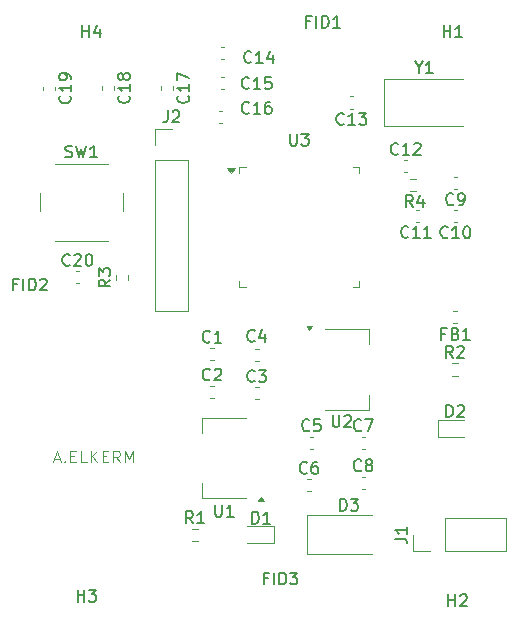
<source format=gbr>
%TF.GenerationSoftware,KiCad,Pcbnew,9.0.5*%
%TF.CreationDate,2025-10-31T15:40:08+01:00*%
%TF.ProjectId,ATMEGA32_evaluation_board,41544d45-4741-4333-925f-6576616c7561,rev?*%
%TF.SameCoordinates,Original*%
%TF.FileFunction,Legend,Top*%
%TF.FilePolarity,Positive*%
%FSLAX46Y46*%
G04 Gerber Fmt 4.6, Leading zero omitted, Abs format (unit mm)*
G04 Created by KiCad (PCBNEW 9.0.5) date 2025-10-31 15:40:08*
%MOMM*%
%LPD*%
G01*
G04 APERTURE LIST*
%ADD10C,0.100000*%
%ADD11C,0.150000*%
%ADD12C,0.120000*%
G04 APERTURE END LIST*
D10*
X117856265Y-107186704D02*
X118332455Y-107186704D01*
X117761027Y-107472419D02*
X118094360Y-106472419D01*
X118094360Y-106472419D02*
X118427693Y-107472419D01*
X118761027Y-107377180D02*
X118808646Y-107424800D01*
X118808646Y-107424800D02*
X118761027Y-107472419D01*
X118761027Y-107472419D02*
X118713408Y-107424800D01*
X118713408Y-107424800D02*
X118761027Y-107377180D01*
X118761027Y-107377180D02*
X118761027Y-107472419D01*
X119237217Y-106948609D02*
X119570550Y-106948609D01*
X119713407Y-107472419D02*
X119237217Y-107472419D01*
X119237217Y-107472419D02*
X119237217Y-106472419D01*
X119237217Y-106472419D02*
X119713407Y-106472419D01*
X120618169Y-107472419D02*
X120141979Y-107472419D01*
X120141979Y-107472419D02*
X120141979Y-106472419D01*
X120951503Y-107472419D02*
X120951503Y-106472419D01*
X121522931Y-107472419D02*
X121094360Y-106900990D01*
X121522931Y-106472419D02*
X120951503Y-107043847D01*
X121951503Y-106948609D02*
X122284836Y-106948609D01*
X122427693Y-107472419D02*
X121951503Y-107472419D01*
X121951503Y-107472419D02*
X121951503Y-106472419D01*
X121951503Y-106472419D02*
X122427693Y-106472419D01*
X123427693Y-107472419D02*
X123094360Y-106996228D01*
X122856265Y-107472419D02*
X122856265Y-106472419D01*
X122856265Y-106472419D02*
X123237217Y-106472419D01*
X123237217Y-106472419D02*
X123332455Y-106520038D01*
X123332455Y-106520038D02*
X123380074Y-106567657D01*
X123380074Y-106567657D02*
X123427693Y-106662895D01*
X123427693Y-106662895D02*
X123427693Y-106805752D01*
X123427693Y-106805752D02*
X123380074Y-106900990D01*
X123380074Y-106900990D02*
X123332455Y-106948609D01*
X123332455Y-106948609D02*
X123237217Y-106996228D01*
X123237217Y-106996228D02*
X122856265Y-106996228D01*
X123856265Y-107472419D02*
X123856265Y-106472419D01*
X123856265Y-106472419D02*
X124189598Y-107186704D01*
X124189598Y-107186704D02*
X124522931Y-106472419D01*
X124522931Y-106472419D02*
X124522931Y-107472419D01*
D11*
X143858333Y-104729580D02*
X143810714Y-104777200D01*
X143810714Y-104777200D02*
X143667857Y-104824819D01*
X143667857Y-104824819D02*
X143572619Y-104824819D01*
X143572619Y-104824819D02*
X143429762Y-104777200D01*
X143429762Y-104777200D02*
X143334524Y-104681961D01*
X143334524Y-104681961D02*
X143286905Y-104586723D01*
X143286905Y-104586723D02*
X143239286Y-104396247D01*
X143239286Y-104396247D02*
X143239286Y-104253390D01*
X143239286Y-104253390D02*
X143286905Y-104062914D01*
X143286905Y-104062914D02*
X143334524Y-103967676D01*
X143334524Y-103967676D02*
X143429762Y-103872438D01*
X143429762Y-103872438D02*
X143572619Y-103824819D01*
X143572619Y-103824819D02*
X143667857Y-103824819D01*
X143667857Y-103824819D02*
X143810714Y-103872438D01*
X143810714Y-103872438D02*
X143858333Y-103920057D01*
X144191667Y-103824819D02*
X144858333Y-103824819D01*
X144858333Y-103824819D02*
X144429762Y-104824819D01*
X141438095Y-103454819D02*
X141438095Y-104264342D01*
X141438095Y-104264342D02*
X141485714Y-104359580D01*
X141485714Y-104359580D02*
X141533333Y-104407200D01*
X141533333Y-104407200D02*
X141628571Y-104454819D01*
X141628571Y-104454819D02*
X141819047Y-104454819D01*
X141819047Y-104454819D02*
X141914285Y-104407200D01*
X141914285Y-104407200D02*
X141961904Y-104359580D01*
X141961904Y-104359580D02*
X142009523Y-104264342D01*
X142009523Y-104264342D02*
X142009523Y-103454819D01*
X142438095Y-103550057D02*
X142485714Y-103502438D01*
X142485714Y-103502438D02*
X142580952Y-103454819D01*
X142580952Y-103454819D02*
X142819047Y-103454819D01*
X142819047Y-103454819D02*
X142914285Y-103502438D01*
X142914285Y-103502438D02*
X142961904Y-103550057D01*
X142961904Y-103550057D02*
X143009523Y-103645295D01*
X143009523Y-103645295D02*
X143009523Y-103740533D01*
X143009523Y-103740533D02*
X142961904Y-103883390D01*
X142961904Y-103883390D02*
X142390476Y-104454819D01*
X142390476Y-104454819D02*
X143009523Y-104454819D01*
X134557142Y-73559580D02*
X134509523Y-73607200D01*
X134509523Y-73607200D02*
X134366666Y-73654819D01*
X134366666Y-73654819D02*
X134271428Y-73654819D01*
X134271428Y-73654819D02*
X134128571Y-73607200D01*
X134128571Y-73607200D02*
X134033333Y-73511961D01*
X134033333Y-73511961D02*
X133985714Y-73416723D01*
X133985714Y-73416723D02*
X133938095Y-73226247D01*
X133938095Y-73226247D02*
X133938095Y-73083390D01*
X133938095Y-73083390D02*
X133985714Y-72892914D01*
X133985714Y-72892914D02*
X134033333Y-72797676D01*
X134033333Y-72797676D02*
X134128571Y-72702438D01*
X134128571Y-72702438D02*
X134271428Y-72654819D01*
X134271428Y-72654819D02*
X134366666Y-72654819D01*
X134366666Y-72654819D02*
X134509523Y-72702438D01*
X134509523Y-72702438D02*
X134557142Y-72750057D01*
X135509523Y-73654819D02*
X134938095Y-73654819D01*
X135223809Y-73654819D02*
X135223809Y-72654819D01*
X135223809Y-72654819D02*
X135128571Y-72797676D01*
X135128571Y-72797676D02*
X135033333Y-72892914D01*
X135033333Y-72892914D02*
X134938095Y-72940533D01*
X136366666Y-72988152D02*
X136366666Y-73654819D01*
X136128571Y-72607200D02*
X135890476Y-73321485D01*
X135890476Y-73321485D02*
X136509523Y-73321485D01*
X142382142Y-78789580D02*
X142334523Y-78837200D01*
X142334523Y-78837200D02*
X142191666Y-78884819D01*
X142191666Y-78884819D02*
X142096428Y-78884819D01*
X142096428Y-78884819D02*
X141953571Y-78837200D01*
X141953571Y-78837200D02*
X141858333Y-78741961D01*
X141858333Y-78741961D02*
X141810714Y-78646723D01*
X141810714Y-78646723D02*
X141763095Y-78456247D01*
X141763095Y-78456247D02*
X141763095Y-78313390D01*
X141763095Y-78313390D02*
X141810714Y-78122914D01*
X141810714Y-78122914D02*
X141858333Y-78027676D01*
X141858333Y-78027676D02*
X141953571Y-77932438D01*
X141953571Y-77932438D02*
X142096428Y-77884819D01*
X142096428Y-77884819D02*
X142191666Y-77884819D01*
X142191666Y-77884819D02*
X142334523Y-77932438D01*
X142334523Y-77932438D02*
X142382142Y-77980057D01*
X143334523Y-78884819D02*
X142763095Y-78884819D01*
X143048809Y-78884819D02*
X143048809Y-77884819D01*
X143048809Y-77884819D02*
X142953571Y-78027676D01*
X142953571Y-78027676D02*
X142858333Y-78122914D01*
X142858333Y-78122914D02*
X142763095Y-78170533D01*
X143667857Y-77884819D02*
X144286904Y-77884819D01*
X144286904Y-77884819D02*
X143953571Y-78265771D01*
X143953571Y-78265771D02*
X144096428Y-78265771D01*
X144096428Y-78265771D02*
X144191666Y-78313390D01*
X144191666Y-78313390D02*
X144239285Y-78361009D01*
X144239285Y-78361009D02*
X144286904Y-78456247D01*
X144286904Y-78456247D02*
X144286904Y-78694342D01*
X144286904Y-78694342D02*
X144239285Y-78789580D01*
X144239285Y-78789580D02*
X144191666Y-78837200D01*
X144191666Y-78837200D02*
X144096428Y-78884819D01*
X144096428Y-78884819D02*
X143810714Y-78884819D01*
X143810714Y-78884819D02*
X143715476Y-78837200D01*
X143715476Y-78837200D02*
X143667857Y-78789580D01*
X151608333Y-98624819D02*
X151275000Y-98148628D01*
X151036905Y-98624819D02*
X151036905Y-97624819D01*
X151036905Y-97624819D02*
X151417857Y-97624819D01*
X151417857Y-97624819D02*
X151513095Y-97672438D01*
X151513095Y-97672438D02*
X151560714Y-97720057D01*
X151560714Y-97720057D02*
X151608333Y-97815295D01*
X151608333Y-97815295D02*
X151608333Y-97958152D01*
X151608333Y-97958152D02*
X151560714Y-98053390D01*
X151560714Y-98053390D02*
X151513095Y-98101009D01*
X151513095Y-98101009D02*
X151417857Y-98148628D01*
X151417857Y-98148628D02*
X151036905Y-98148628D01*
X151989286Y-97720057D02*
X152036905Y-97672438D01*
X152036905Y-97672438D02*
X152132143Y-97624819D01*
X152132143Y-97624819D02*
X152370238Y-97624819D01*
X152370238Y-97624819D02*
X152465476Y-97672438D01*
X152465476Y-97672438D02*
X152513095Y-97720057D01*
X152513095Y-97720057D02*
X152560714Y-97815295D01*
X152560714Y-97815295D02*
X152560714Y-97910533D01*
X152560714Y-97910533D02*
X152513095Y-98053390D01*
X152513095Y-98053390D02*
X151941667Y-98624819D01*
X151941667Y-98624819D02*
X152560714Y-98624819D01*
X134357142Y-77849580D02*
X134309523Y-77897200D01*
X134309523Y-77897200D02*
X134166666Y-77944819D01*
X134166666Y-77944819D02*
X134071428Y-77944819D01*
X134071428Y-77944819D02*
X133928571Y-77897200D01*
X133928571Y-77897200D02*
X133833333Y-77801961D01*
X133833333Y-77801961D02*
X133785714Y-77706723D01*
X133785714Y-77706723D02*
X133738095Y-77516247D01*
X133738095Y-77516247D02*
X133738095Y-77373390D01*
X133738095Y-77373390D02*
X133785714Y-77182914D01*
X133785714Y-77182914D02*
X133833333Y-77087676D01*
X133833333Y-77087676D02*
X133928571Y-76992438D01*
X133928571Y-76992438D02*
X134071428Y-76944819D01*
X134071428Y-76944819D02*
X134166666Y-76944819D01*
X134166666Y-76944819D02*
X134309523Y-76992438D01*
X134309523Y-76992438D02*
X134357142Y-77040057D01*
X135309523Y-77944819D02*
X134738095Y-77944819D01*
X135023809Y-77944819D02*
X135023809Y-76944819D01*
X135023809Y-76944819D02*
X134928571Y-77087676D01*
X134928571Y-77087676D02*
X134833333Y-77182914D01*
X134833333Y-77182914D02*
X134738095Y-77230533D01*
X136166666Y-76944819D02*
X135976190Y-76944819D01*
X135976190Y-76944819D02*
X135880952Y-76992438D01*
X135880952Y-76992438D02*
X135833333Y-77040057D01*
X135833333Y-77040057D02*
X135738095Y-77182914D01*
X135738095Y-77182914D02*
X135690476Y-77373390D01*
X135690476Y-77373390D02*
X135690476Y-77754342D01*
X135690476Y-77754342D02*
X135738095Y-77849580D01*
X135738095Y-77849580D02*
X135785714Y-77897200D01*
X135785714Y-77897200D02*
X135880952Y-77944819D01*
X135880952Y-77944819D02*
X136071428Y-77944819D01*
X136071428Y-77944819D02*
X136166666Y-77897200D01*
X136166666Y-77897200D02*
X136214285Y-77849580D01*
X136214285Y-77849580D02*
X136261904Y-77754342D01*
X136261904Y-77754342D02*
X136261904Y-77516247D01*
X136261904Y-77516247D02*
X136214285Y-77421009D01*
X136214285Y-77421009D02*
X136166666Y-77373390D01*
X136166666Y-77373390D02*
X136071428Y-77325771D01*
X136071428Y-77325771D02*
X135880952Y-77325771D01*
X135880952Y-77325771D02*
X135785714Y-77373390D01*
X135785714Y-77373390D02*
X135738095Y-77421009D01*
X135738095Y-77421009D02*
X135690476Y-77516247D01*
X118816667Y-81607200D02*
X118959524Y-81654819D01*
X118959524Y-81654819D02*
X119197619Y-81654819D01*
X119197619Y-81654819D02*
X119292857Y-81607200D01*
X119292857Y-81607200D02*
X119340476Y-81559580D01*
X119340476Y-81559580D02*
X119388095Y-81464342D01*
X119388095Y-81464342D02*
X119388095Y-81369104D01*
X119388095Y-81369104D02*
X119340476Y-81273866D01*
X119340476Y-81273866D02*
X119292857Y-81226247D01*
X119292857Y-81226247D02*
X119197619Y-81178628D01*
X119197619Y-81178628D02*
X119007143Y-81131009D01*
X119007143Y-81131009D02*
X118911905Y-81083390D01*
X118911905Y-81083390D02*
X118864286Y-81035771D01*
X118864286Y-81035771D02*
X118816667Y-80940533D01*
X118816667Y-80940533D02*
X118816667Y-80845295D01*
X118816667Y-80845295D02*
X118864286Y-80750057D01*
X118864286Y-80750057D02*
X118911905Y-80702438D01*
X118911905Y-80702438D02*
X119007143Y-80654819D01*
X119007143Y-80654819D02*
X119245238Y-80654819D01*
X119245238Y-80654819D02*
X119388095Y-80702438D01*
X119721429Y-80654819D02*
X119959524Y-81654819D01*
X119959524Y-81654819D02*
X120150000Y-80940533D01*
X120150000Y-80940533D02*
X120340476Y-81654819D01*
X120340476Y-81654819D02*
X120578572Y-80654819D01*
X121483333Y-81654819D02*
X120911905Y-81654819D01*
X121197619Y-81654819D02*
X121197619Y-80654819D01*
X121197619Y-80654819D02*
X121102381Y-80797676D01*
X121102381Y-80797676D02*
X121007143Y-80892914D01*
X121007143Y-80892914D02*
X120911905Y-80940533D01*
X122624819Y-91991666D02*
X122148628Y-92324999D01*
X122624819Y-92563094D02*
X121624819Y-92563094D01*
X121624819Y-92563094D02*
X121624819Y-92182142D01*
X121624819Y-92182142D02*
X121672438Y-92086904D01*
X121672438Y-92086904D02*
X121720057Y-92039285D01*
X121720057Y-92039285D02*
X121815295Y-91991666D01*
X121815295Y-91991666D02*
X121958152Y-91991666D01*
X121958152Y-91991666D02*
X122053390Y-92039285D01*
X122053390Y-92039285D02*
X122101009Y-92086904D01*
X122101009Y-92086904D02*
X122148628Y-92182142D01*
X122148628Y-92182142D02*
X122148628Y-92563094D01*
X121624819Y-91658332D02*
X121624819Y-91039285D01*
X121624819Y-91039285D02*
X122005771Y-91372618D01*
X122005771Y-91372618D02*
X122005771Y-91229761D01*
X122005771Y-91229761D02*
X122053390Y-91134523D01*
X122053390Y-91134523D02*
X122101009Y-91086904D01*
X122101009Y-91086904D02*
X122196247Y-91039285D01*
X122196247Y-91039285D02*
X122434342Y-91039285D01*
X122434342Y-91039285D02*
X122529580Y-91086904D01*
X122529580Y-91086904D02*
X122577200Y-91134523D01*
X122577200Y-91134523D02*
X122624819Y-91229761D01*
X122624819Y-91229761D02*
X122624819Y-91515475D01*
X122624819Y-91515475D02*
X122577200Y-91610713D01*
X122577200Y-91610713D02*
X122529580Y-91658332D01*
X150838095Y-71454819D02*
X150838095Y-70454819D01*
X150838095Y-70931009D02*
X151409523Y-70931009D01*
X151409523Y-71454819D02*
X151409523Y-70454819D01*
X152409523Y-71454819D02*
X151838095Y-71454819D01*
X152123809Y-71454819D02*
X152123809Y-70454819D01*
X152123809Y-70454819D02*
X152028571Y-70597676D01*
X152028571Y-70597676D02*
X151933333Y-70692914D01*
X151933333Y-70692914D02*
X151838095Y-70740533D01*
X119838095Y-119254819D02*
X119838095Y-118254819D01*
X119838095Y-118731009D02*
X120409523Y-118731009D01*
X120409523Y-119254819D02*
X120409523Y-118254819D01*
X120790476Y-118254819D02*
X121409523Y-118254819D01*
X121409523Y-118254819D02*
X121076190Y-118635771D01*
X121076190Y-118635771D02*
X121219047Y-118635771D01*
X121219047Y-118635771D02*
X121314285Y-118683390D01*
X121314285Y-118683390D02*
X121361904Y-118731009D01*
X121361904Y-118731009D02*
X121409523Y-118826247D01*
X121409523Y-118826247D02*
X121409523Y-119064342D01*
X121409523Y-119064342D02*
X121361904Y-119159580D01*
X121361904Y-119159580D02*
X121314285Y-119207200D01*
X121314285Y-119207200D02*
X121219047Y-119254819D01*
X121219047Y-119254819D02*
X120933333Y-119254819D01*
X120933333Y-119254819D02*
X120838095Y-119207200D01*
X120838095Y-119207200D02*
X120790476Y-119159580D01*
X134357142Y-75759580D02*
X134309523Y-75807200D01*
X134309523Y-75807200D02*
X134166666Y-75854819D01*
X134166666Y-75854819D02*
X134071428Y-75854819D01*
X134071428Y-75854819D02*
X133928571Y-75807200D01*
X133928571Y-75807200D02*
X133833333Y-75711961D01*
X133833333Y-75711961D02*
X133785714Y-75616723D01*
X133785714Y-75616723D02*
X133738095Y-75426247D01*
X133738095Y-75426247D02*
X133738095Y-75283390D01*
X133738095Y-75283390D02*
X133785714Y-75092914D01*
X133785714Y-75092914D02*
X133833333Y-74997676D01*
X133833333Y-74997676D02*
X133928571Y-74902438D01*
X133928571Y-74902438D02*
X134071428Y-74854819D01*
X134071428Y-74854819D02*
X134166666Y-74854819D01*
X134166666Y-74854819D02*
X134309523Y-74902438D01*
X134309523Y-74902438D02*
X134357142Y-74950057D01*
X135309523Y-75854819D02*
X134738095Y-75854819D01*
X135023809Y-75854819D02*
X135023809Y-74854819D01*
X135023809Y-74854819D02*
X134928571Y-74997676D01*
X134928571Y-74997676D02*
X134833333Y-75092914D01*
X134833333Y-75092914D02*
X134738095Y-75140533D01*
X136214285Y-74854819D02*
X135738095Y-74854819D01*
X135738095Y-74854819D02*
X135690476Y-75331009D01*
X135690476Y-75331009D02*
X135738095Y-75283390D01*
X135738095Y-75283390D02*
X135833333Y-75235771D01*
X135833333Y-75235771D02*
X136071428Y-75235771D01*
X136071428Y-75235771D02*
X136166666Y-75283390D01*
X136166666Y-75283390D02*
X136214285Y-75331009D01*
X136214285Y-75331009D02*
X136261904Y-75426247D01*
X136261904Y-75426247D02*
X136261904Y-75664342D01*
X136261904Y-75664342D02*
X136214285Y-75759580D01*
X136214285Y-75759580D02*
X136166666Y-75807200D01*
X136166666Y-75807200D02*
X136071428Y-75854819D01*
X136071428Y-75854819D02*
X135833333Y-75854819D01*
X135833333Y-75854819D02*
X135738095Y-75807200D01*
X135738095Y-75807200D02*
X135690476Y-75759580D01*
X139528571Y-70131009D02*
X139195238Y-70131009D01*
X139195238Y-70654819D02*
X139195238Y-69654819D01*
X139195238Y-69654819D02*
X139671428Y-69654819D01*
X140052381Y-70654819D02*
X140052381Y-69654819D01*
X140528571Y-70654819D02*
X140528571Y-69654819D01*
X140528571Y-69654819D02*
X140766666Y-69654819D01*
X140766666Y-69654819D02*
X140909523Y-69702438D01*
X140909523Y-69702438D02*
X141004761Y-69797676D01*
X141004761Y-69797676D02*
X141052380Y-69892914D01*
X141052380Y-69892914D02*
X141099999Y-70083390D01*
X141099999Y-70083390D02*
X141099999Y-70226247D01*
X141099999Y-70226247D02*
X141052380Y-70416723D01*
X141052380Y-70416723D02*
X141004761Y-70511961D01*
X141004761Y-70511961D02*
X140909523Y-70607200D01*
X140909523Y-70607200D02*
X140766666Y-70654819D01*
X140766666Y-70654819D02*
X140528571Y-70654819D01*
X142052380Y-70654819D02*
X141480952Y-70654819D01*
X141766666Y-70654819D02*
X141766666Y-69654819D01*
X141766666Y-69654819D02*
X141671428Y-69797676D01*
X141671428Y-69797676D02*
X141576190Y-69892914D01*
X141576190Y-69892914D02*
X141480952Y-69940533D01*
X148233333Y-85854819D02*
X147900000Y-85378628D01*
X147661905Y-85854819D02*
X147661905Y-84854819D01*
X147661905Y-84854819D02*
X148042857Y-84854819D01*
X148042857Y-84854819D02*
X148138095Y-84902438D01*
X148138095Y-84902438D02*
X148185714Y-84950057D01*
X148185714Y-84950057D02*
X148233333Y-85045295D01*
X148233333Y-85045295D02*
X148233333Y-85188152D01*
X148233333Y-85188152D02*
X148185714Y-85283390D01*
X148185714Y-85283390D02*
X148138095Y-85331009D01*
X148138095Y-85331009D02*
X148042857Y-85378628D01*
X148042857Y-85378628D02*
X147661905Y-85378628D01*
X149090476Y-85188152D02*
X149090476Y-85854819D01*
X148852381Y-84807200D02*
X148614286Y-85521485D01*
X148614286Y-85521485D02*
X149233333Y-85521485D01*
X114728571Y-92381009D02*
X114395238Y-92381009D01*
X114395238Y-92904819D02*
X114395238Y-91904819D01*
X114395238Y-91904819D02*
X114871428Y-91904819D01*
X115252381Y-92904819D02*
X115252381Y-91904819D01*
X115728571Y-92904819D02*
X115728571Y-91904819D01*
X115728571Y-91904819D02*
X115966666Y-91904819D01*
X115966666Y-91904819D02*
X116109523Y-91952438D01*
X116109523Y-91952438D02*
X116204761Y-92047676D01*
X116204761Y-92047676D02*
X116252380Y-92142914D01*
X116252380Y-92142914D02*
X116299999Y-92333390D01*
X116299999Y-92333390D02*
X116299999Y-92476247D01*
X116299999Y-92476247D02*
X116252380Y-92666723D01*
X116252380Y-92666723D02*
X116204761Y-92761961D01*
X116204761Y-92761961D02*
X116109523Y-92857200D01*
X116109523Y-92857200D02*
X115966666Y-92904819D01*
X115966666Y-92904819D02*
X115728571Y-92904819D01*
X116680952Y-92000057D02*
X116728571Y-91952438D01*
X116728571Y-91952438D02*
X116823809Y-91904819D01*
X116823809Y-91904819D02*
X117061904Y-91904819D01*
X117061904Y-91904819D02*
X117157142Y-91952438D01*
X117157142Y-91952438D02*
X117204761Y-92000057D01*
X117204761Y-92000057D02*
X117252380Y-92095295D01*
X117252380Y-92095295D02*
X117252380Y-92190533D01*
X117252380Y-92190533D02*
X117204761Y-92333390D01*
X117204761Y-92333390D02*
X116633333Y-92904819D01*
X116633333Y-92904819D02*
X117252380Y-92904819D01*
X127466666Y-77674819D02*
X127466666Y-78389104D01*
X127466666Y-78389104D02*
X127419047Y-78531961D01*
X127419047Y-78531961D02*
X127323809Y-78627200D01*
X127323809Y-78627200D02*
X127180952Y-78674819D01*
X127180952Y-78674819D02*
X127085714Y-78674819D01*
X127895238Y-77770057D02*
X127942857Y-77722438D01*
X127942857Y-77722438D02*
X128038095Y-77674819D01*
X128038095Y-77674819D02*
X128276190Y-77674819D01*
X128276190Y-77674819D02*
X128371428Y-77722438D01*
X128371428Y-77722438D02*
X128419047Y-77770057D01*
X128419047Y-77770057D02*
X128466666Y-77865295D01*
X128466666Y-77865295D02*
X128466666Y-77960533D01*
X128466666Y-77960533D02*
X128419047Y-78103390D01*
X128419047Y-78103390D02*
X127847619Y-78674819D01*
X127847619Y-78674819D02*
X128466666Y-78674819D01*
X131488095Y-111054819D02*
X131488095Y-111864342D01*
X131488095Y-111864342D02*
X131535714Y-111959580D01*
X131535714Y-111959580D02*
X131583333Y-112007200D01*
X131583333Y-112007200D02*
X131678571Y-112054819D01*
X131678571Y-112054819D02*
X131869047Y-112054819D01*
X131869047Y-112054819D02*
X131964285Y-112007200D01*
X131964285Y-112007200D02*
X132011904Y-111959580D01*
X132011904Y-111959580D02*
X132059523Y-111864342D01*
X132059523Y-111864342D02*
X132059523Y-111054819D01*
X133059523Y-112054819D02*
X132488095Y-112054819D01*
X132773809Y-112054819D02*
X132773809Y-111054819D01*
X132773809Y-111054819D02*
X132678571Y-111197676D01*
X132678571Y-111197676D02*
X132583333Y-111292914D01*
X132583333Y-111292914D02*
X132488095Y-111340533D01*
X148723809Y-74028628D02*
X148723809Y-74504819D01*
X148390476Y-73504819D02*
X148723809Y-74028628D01*
X148723809Y-74028628D02*
X149057142Y-73504819D01*
X149914285Y-74504819D02*
X149342857Y-74504819D01*
X149628571Y-74504819D02*
X149628571Y-73504819D01*
X149628571Y-73504819D02*
X149533333Y-73647676D01*
X149533333Y-73647676D02*
X149438095Y-73742914D01*
X149438095Y-73742914D02*
X149342857Y-73790533D01*
X131058333Y-100429580D02*
X131010714Y-100477200D01*
X131010714Y-100477200D02*
X130867857Y-100524819D01*
X130867857Y-100524819D02*
X130772619Y-100524819D01*
X130772619Y-100524819D02*
X130629762Y-100477200D01*
X130629762Y-100477200D02*
X130534524Y-100381961D01*
X130534524Y-100381961D02*
X130486905Y-100286723D01*
X130486905Y-100286723D02*
X130439286Y-100096247D01*
X130439286Y-100096247D02*
X130439286Y-99953390D01*
X130439286Y-99953390D02*
X130486905Y-99762914D01*
X130486905Y-99762914D02*
X130534524Y-99667676D01*
X130534524Y-99667676D02*
X130629762Y-99572438D01*
X130629762Y-99572438D02*
X130772619Y-99524819D01*
X130772619Y-99524819D02*
X130867857Y-99524819D01*
X130867857Y-99524819D02*
X131010714Y-99572438D01*
X131010714Y-99572438D02*
X131058333Y-99620057D01*
X131439286Y-99620057D02*
X131486905Y-99572438D01*
X131486905Y-99572438D02*
X131582143Y-99524819D01*
X131582143Y-99524819D02*
X131820238Y-99524819D01*
X131820238Y-99524819D02*
X131915476Y-99572438D01*
X131915476Y-99572438D02*
X131963095Y-99620057D01*
X131963095Y-99620057D02*
X132010714Y-99715295D01*
X132010714Y-99715295D02*
X132010714Y-99810533D01*
X132010714Y-99810533D02*
X131963095Y-99953390D01*
X131963095Y-99953390D02*
X131391667Y-100524819D01*
X131391667Y-100524819D02*
X132010714Y-100524819D01*
X151182142Y-88389580D02*
X151134523Y-88437200D01*
X151134523Y-88437200D02*
X150991666Y-88484819D01*
X150991666Y-88484819D02*
X150896428Y-88484819D01*
X150896428Y-88484819D02*
X150753571Y-88437200D01*
X150753571Y-88437200D02*
X150658333Y-88341961D01*
X150658333Y-88341961D02*
X150610714Y-88246723D01*
X150610714Y-88246723D02*
X150563095Y-88056247D01*
X150563095Y-88056247D02*
X150563095Y-87913390D01*
X150563095Y-87913390D02*
X150610714Y-87722914D01*
X150610714Y-87722914D02*
X150658333Y-87627676D01*
X150658333Y-87627676D02*
X150753571Y-87532438D01*
X150753571Y-87532438D02*
X150896428Y-87484819D01*
X150896428Y-87484819D02*
X150991666Y-87484819D01*
X150991666Y-87484819D02*
X151134523Y-87532438D01*
X151134523Y-87532438D02*
X151182142Y-87580057D01*
X152134523Y-88484819D02*
X151563095Y-88484819D01*
X151848809Y-88484819D02*
X151848809Y-87484819D01*
X151848809Y-87484819D02*
X151753571Y-87627676D01*
X151753571Y-87627676D02*
X151658333Y-87722914D01*
X151658333Y-87722914D02*
X151563095Y-87770533D01*
X152753571Y-87484819D02*
X152848809Y-87484819D01*
X152848809Y-87484819D02*
X152944047Y-87532438D01*
X152944047Y-87532438D02*
X152991666Y-87580057D01*
X152991666Y-87580057D02*
X153039285Y-87675295D01*
X153039285Y-87675295D02*
X153086904Y-87865771D01*
X153086904Y-87865771D02*
X153086904Y-88103866D01*
X153086904Y-88103866D02*
X153039285Y-88294342D01*
X153039285Y-88294342D02*
X152991666Y-88389580D01*
X152991666Y-88389580D02*
X152944047Y-88437200D01*
X152944047Y-88437200D02*
X152848809Y-88484819D01*
X152848809Y-88484819D02*
X152753571Y-88484819D01*
X152753571Y-88484819D02*
X152658333Y-88437200D01*
X152658333Y-88437200D02*
X152610714Y-88389580D01*
X152610714Y-88389580D02*
X152563095Y-88294342D01*
X152563095Y-88294342D02*
X152515476Y-88103866D01*
X152515476Y-88103866D02*
X152515476Y-87865771D01*
X152515476Y-87865771D02*
X152563095Y-87675295D01*
X152563095Y-87675295D02*
X152610714Y-87580057D01*
X152610714Y-87580057D02*
X152658333Y-87532438D01*
X152658333Y-87532438D02*
X152753571Y-87484819D01*
X147841562Y-88359580D02*
X147793943Y-88407200D01*
X147793943Y-88407200D02*
X147651086Y-88454819D01*
X147651086Y-88454819D02*
X147555848Y-88454819D01*
X147555848Y-88454819D02*
X147412991Y-88407200D01*
X147412991Y-88407200D02*
X147317753Y-88311961D01*
X147317753Y-88311961D02*
X147270134Y-88216723D01*
X147270134Y-88216723D02*
X147222515Y-88026247D01*
X147222515Y-88026247D02*
X147222515Y-87883390D01*
X147222515Y-87883390D02*
X147270134Y-87692914D01*
X147270134Y-87692914D02*
X147317753Y-87597676D01*
X147317753Y-87597676D02*
X147412991Y-87502438D01*
X147412991Y-87502438D02*
X147555848Y-87454819D01*
X147555848Y-87454819D02*
X147651086Y-87454819D01*
X147651086Y-87454819D02*
X147793943Y-87502438D01*
X147793943Y-87502438D02*
X147841562Y-87550057D01*
X148793943Y-88454819D02*
X148222515Y-88454819D01*
X148508229Y-88454819D02*
X148508229Y-87454819D01*
X148508229Y-87454819D02*
X148412991Y-87597676D01*
X148412991Y-87597676D02*
X148317753Y-87692914D01*
X148317753Y-87692914D02*
X148222515Y-87740533D01*
X149746324Y-88454819D02*
X149174896Y-88454819D01*
X149460610Y-88454819D02*
X149460610Y-87454819D01*
X149460610Y-87454819D02*
X149365372Y-87597676D01*
X149365372Y-87597676D02*
X149270134Y-87692914D01*
X149270134Y-87692914D02*
X149174896Y-87740533D01*
X151061905Y-103624819D02*
X151061905Y-102624819D01*
X151061905Y-102624819D02*
X151300000Y-102624819D01*
X151300000Y-102624819D02*
X151442857Y-102672438D01*
X151442857Y-102672438D02*
X151538095Y-102767676D01*
X151538095Y-102767676D02*
X151585714Y-102862914D01*
X151585714Y-102862914D02*
X151633333Y-103053390D01*
X151633333Y-103053390D02*
X151633333Y-103196247D01*
X151633333Y-103196247D02*
X151585714Y-103386723D01*
X151585714Y-103386723D02*
X151538095Y-103481961D01*
X151538095Y-103481961D02*
X151442857Y-103577200D01*
X151442857Y-103577200D02*
X151300000Y-103624819D01*
X151300000Y-103624819D02*
X151061905Y-103624819D01*
X152014286Y-102720057D02*
X152061905Y-102672438D01*
X152061905Y-102672438D02*
X152157143Y-102624819D01*
X152157143Y-102624819D02*
X152395238Y-102624819D01*
X152395238Y-102624819D02*
X152490476Y-102672438D01*
X152490476Y-102672438D02*
X152538095Y-102720057D01*
X152538095Y-102720057D02*
X152585714Y-102815295D01*
X152585714Y-102815295D02*
X152585714Y-102910533D01*
X152585714Y-102910533D02*
X152538095Y-103053390D01*
X152538095Y-103053390D02*
X151966667Y-103624819D01*
X151966667Y-103624819D02*
X152585714Y-103624819D01*
X131058333Y-97229580D02*
X131010714Y-97277200D01*
X131010714Y-97277200D02*
X130867857Y-97324819D01*
X130867857Y-97324819D02*
X130772619Y-97324819D01*
X130772619Y-97324819D02*
X130629762Y-97277200D01*
X130629762Y-97277200D02*
X130534524Y-97181961D01*
X130534524Y-97181961D02*
X130486905Y-97086723D01*
X130486905Y-97086723D02*
X130439286Y-96896247D01*
X130439286Y-96896247D02*
X130439286Y-96753390D01*
X130439286Y-96753390D02*
X130486905Y-96562914D01*
X130486905Y-96562914D02*
X130534524Y-96467676D01*
X130534524Y-96467676D02*
X130629762Y-96372438D01*
X130629762Y-96372438D02*
X130772619Y-96324819D01*
X130772619Y-96324819D02*
X130867857Y-96324819D01*
X130867857Y-96324819D02*
X131010714Y-96372438D01*
X131010714Y-96372438D02*
X131058333Y-96420057D01*
X132010714Y-97324819D02*
X131439286Y-97324819D01*
X131725000Y-97324819D02*
X131725000Y-96324819D01*
X131725000Y-96324819D02*
X131629762Y-96467676D01*
X131629762Y-96467676D02*
X131534524Y-96562914D01*
X131534524Y-96562914D02*
X131439286Y-96610533D01*
X124189580Y-76417857D02*
X124237200Y-76465476D01*
X124237200Y-76465476D02*
X124284819Y-76608333D01*
X124284819Y-76608333D02*
X124284819Y-76703571D01*
X124284819Y-76703571D02*
X124237200Y-76846428D01*
X124237200Y-76846428D02*
X124141961Y-76941666D01*
X124141961Y-76941666D02*
X124046723Y-76989285D01*
X124046723Y-76989285D02*
X123856247Y-77036904D01*
X123856247Y-77036904D02*
X123713390Y-77036904D01*
X123713390Y-77036904D02*
X123522914Y-76989285D01*
X123522914Y-76989285D02*
X123427676Y-76941666D01*
X123427676Y-76941666D02*
X123332438Y-76846428D01*
X123332438Y-76846428D02*
X123284819Y-76703571D01*
X123284819Y-76703571D02*
X123284819Y-76608333D01*
X123284819Y-76608333D02*
X123332438Y-76465476D01*
X123332438Y-76465476D02*
X123380057Y-76417857D01*
X124284819Y-75465476D02*
X124284819Y-76036904D01*
X124284819Y-75751190D02*
X123284819Y-75751190D01*
X123284819Y-75751190D02*
X123427676Y-75846428D01*
X123427676Y-75846428D02*
X123522914Y-75941666D01*
X123522914Y-75941666D02*
X123570533Y-76036904D01*
X123713390Y-74894047D02*
X123665771Y-74989285D01*
X123665771Y-74989285D02*
X123618152Y-75036904D01*
X123618152Y-75036904D02*
X123522914Y-75084523D01*
X123522914Y-75084523D02*
X123475295Y-75084523D01*
X123475295Y-75084523D02*
X123380057Y-75036904D01*
X123380057Y-75036904D02*
X123332438Y-74989285D01*
X123332438Y-74989285D02*
X123284819Y-74894047D01*
X123284819Y-74894047D02*
X123284819Y-74703571D01*
X123284819Y-74703571D02*
X123332438Y-74608333D01*
X123332438Y-74608333D02*
X123380057Y-74560714D01*
X123380057Y-74560714D02*
X123475295Y-74513095D01*
X123475295Y-74513095D02*
X123522914Y-74513095D01*
X123522914Y-74513095D02*
X123618152Y-74560714D01*
X123618152Y-74560714D02*
X123665771Y-74608333D01*
X123665771Y-74608333D02*
X123713390Y-74703571D01*
X123713390Y-74703571D02*
X123713390Y-74894047D01*
X123713390Y-74894047D02*
X123761009Y-74989285D01*
X123761009Y-74989285D02*
X123808628Y-75036904D01*
X123808628Y-75036904D02*
X123903866Y-75084523D01*
X123903866Y-75084523D02*
X124094342Y-75084523D01*
X124094342Y-75084523D02*
X124189580Y-75036904D01*
X124189580Y-75036904D02*
X124237200Y-74989285D01*
X124237200Y-74989285D02*
X124284819Y-74894047D01*
X124284819Y-74894047D02*
X124284819Y-74703571D01*
X124284819Y-74703571D02*
X124237200Y-74608333D01*
X124237200Y-74608333D02*
X124189580Y-74560714D01*
X124189580Y-74560714D02*
X124094342Y-74513095D01*
X124094342Y-74513095D02*
X123903866Y-74513095D01*
X123903866Y-74513095D02*
X123808628Y-74560714D01*
X123808628Y-74560714D02*
X123761009Y-74608333D01*
X123761009Y-74608333D02*
X123713390Y-74703571D01*
X119182142Y-90729580D02*
X119134523Y-90777200D01*
X119134523Y-90777200D02*
X118991666Y-90824819D01*
X118991666Y-90824819D02*
X118896428Y-90824819D01*
X118896428Y-90824819D02*
X118753571Y-90777200D01*
X118753571Y-90777200D02*
X118658333Y-90681961D01*
X118658333Y-90681961D02*
X118610714Y-90586723D01*
X118610714Y-90586723D02*
X118563095Y-90396247D01*
X118563095Y-90396247D02*
X118563095Y-90253390D01*
X118563095Y-90253390D02*
X118610714Y-90062914D01*
X118610714Y-90062914D02*
X118658333Y-89967676D01*
X118658333Y-89967676D02*
X118753571Y-89872438D01*
X118753571Y-89872438D02*
X118896428Y-89824819D01*
X118896428Y-89824819D02*
X118991666Y-89824819D01*
X118991666Y-89824819D02*
X119134523Y-89872438D01*
X119134523Y-89872438D02*
X119182142Y-89920057D01*
X119563095Y-89920057D02*
X119610714Y-89872438D01*
X119610714Y-89872438D02*
X119705952Y-89824819D01*
X119705952Y-89824819D02*
X119944047Y-89824819D01*
X119944047Y-89824819D02*
X120039285Y-89872438D01*
X120039285Y-89872438D02*
X120086904Y-89920057D01*
X120086904Y-89920057D02*
X120134523Y-90015295D01*
X120134523Y-90015295D02*
X120134523Y-90110533D01*
X120134523Y-90110533D02*
X120086904Y-90253390D01*
X120086904Y-90253390D02*
X119515476Y-90824819D01*
X119515476Y-90824819D02*
X120134523Y-90824819D01*
X120753571Y-89824819D02*
X120848809Y-89824819D01*
X120848809Y-89824819D02*
X120944047Y-89872438D01*
X120944047Y-89872438D02*
X120991666Y-89920057D01*
X120991666Y-89920057D02*
X121039285Y-90015295D01*
X121039285Y-90015295D02*
X121086904Y-90205771D01*
X121086904Y-90205771D02*
X121086904Y-90443866D01*
X121086904Y-90443866D02*
X121039285Y-90634342D01*
X121039285Y-90634342D02*
X120991666Y-90729580D01*
X120991666Y-90729580D02*
X120944047Y-90777200D01*
X120944047Y-90777200D02*
X120848809Y-90824819D01*
X120848809Y-90824819D02*
X120753571Y-90824819D01*
X120753571Y-90824819D02*
X120658333Y-90777200D01*
X120658333Y-90777200D02*
X120610714Y-90729580D01*
X120610714Y-90729580D02*
X120563095Y-90634342D01*
X120563095Y-90634342D02*
X120515476Y-90443866D01*
X120515476Y-90443866D02*
X120515476Y-90205771D01*
X120515476Y-90205771D02*
X120563095Y-90015295D01*
X120563095Y-90015295D02*
X120610714Y-89920057D01*
X120610714Y-89920057D02*
X120658333Y-89872438D01*
X120658333Y-89872438D02*
X120753571Y-89824819D01*
X134616905Y-112654819D02*
X134616905Y-111654819D01*
X134616905Y-111654819D02*
X134855000Y-111654819D01*
X134855000Y-111654819D02*
X134997857Y-111702438D01*
X134997857Y-111702438D02*
X135093095Y-111797676D01*
X135093095Y-111797676D02*
X135140714Y-111892914D01*
X135140714Y-111892914D02*
X135188333Y-112083390D01*
X135188333Y-112083390D02*
X135188333Y-112226247D01*
X135188333Y-112226247D02*
X135140714Y-112416723D01*
X135140714Y-112416723D02*
X135093095Y-112511961D01*
X135093095Y-112511961D02*
X134997857Y-112607200D01*
X134997857Y-112607200D02*
X134855000Y-112654819D01*
X134855000Y-112654819D02*
X134616905Y-112654819D01*
X136140714Y-112654819D02*
X135569286Y-112654819D01*
X135855000Y-112654819D02*
X135855000Y-111654819D01*
X135855000Y-111654819D02*
X135759762Y-111797676D01*
X135759762Y-111797676D02*
X135664524Y-111892914D01*
X135664524Y-111892914D02*
X135569286Y-111940533D01*
X139458333Y-104729580D02*
X139410714Y-104777200D01*
X139410714Y-104777200D02*
X139267857Y-104824819D01*
X139267857Y-104824819D02*
X139172619Y-104824819D01*
X139172619Y-104824819D02*
X139029762Y-104777200D01*
X139029762Y-104777200D02*
X138934524Y-104681961D01*
X138934524Y-104681961D02*
X138886905Y-104586723D01*
X138886905Y-104586723D02*
X138839286Y-104396247D01*
X138839286Y-104396247D02*
X138839286Y-104253390D01*
X138839286Y-104253390D02*
X138886905Y-104062914D01*
X138886905Y-104062914D02*
X138934524Y-103967676D01*
X138934524Y-103967676D02*
X139029762Y-103872438D01*
X139029762Y-103872438D02*
X139172619Y-103824819D01*
X139172619Y-103824819D02*
X139267857Y-103824819D01*
X139267857Y-103824819D02*
X139410714Y-103872438D01*
X139410714Y-103872438D02*
X139458333Y-103920057D01*
X140363095Y-103824819D02*
X139886905Y-103824819D01*
X139886905Y-103824819D02*
X139839286Y-104301009D01*
X139839286Y-104301009D02*
X139886905Y-104253390D01*
X139886905Y-104253390D02*
X139982143Y-104205771D01*
X139982143Y-104205771D02*
X140220238Y-104205771D01*
X140220238Y-104205771D02*
X140315476Y-104253390D01*
X140315476Y-104253390D02*
X140363095Y-104301009D01*
X140363095Y-104301009D02*
X140410714Y-104396247D01*
X140410714Y-104396247D02*
X140410714Y-104634342D01*
X140410714Y-104634342D02*
X140363095Y-104729580D01*
X140363095Y-104729580D02*
X140315476Y-104777200D01*
X140315476Y-104777200D02*
X140220238Y-104824819D01*
X140220238Y-104824819D02*
X139982143Y-104824819D01*
X139982143Y-104824819D02*
X139886905Y-104777200D01*
X139886905Y-104777200D02*
X139839286Y-104729580D01*
X142061905Y-111554819D02*
X142061905Y-110554819D01*
X142061905Y-110554819D02*
X142300000Y-110554819D01*
X142300000Y-110554819D02*
X142442857Y-110602438D01*
X142442857Y-110602438D02*
X142538095Y-110697676D01*
X142538095Y-110697676D02*
X142585714Y-110792914D01*
X142585714Y-110792914D02*
X142633333Y-110983390D01*
X142633333Y-110983390D02*
X142633333Y-111126247D01*
X142633333Y-111126247D02*
X142585714Y-111316723D01*
X142585714Y-111316723D02*
X142538095Y-111411961D01*
X142538095Y-111411961D02*
X142442857Y-111507200D01*
X142442857Y-111507200D02*
X142300000Y-111554819D01*
X142300000Y-111554819D02*
X142061905Y-111554819D01*
X142966667Y-110554819D02*
X143585714Y-110554819D01*
X143585714Y-110554819D02*
X143252381Y-110935771D01*
X143252381Y-110935771D02*
X143395238Y-110935771D01*
X143395238Y-110935771D02*
X143490476Y-110983390D01*
X143490476Y-110983390D02*
X143538095Y-111031009D01*
X143538095Y-111031009D02*
X143585714Y-111126247D01*
X143585714Y-111126247D02*
X143585714Y-111364342D01*
X143585714Y-111364342D02*
X143538095Y-111459580D01*
X143538095Y-111459580D02*
X143490476Y-111507200D01*
X143490476Y-111507200D02*
X143395238Y-111554819D01*
X143395238Y-111554819D02*
X143109524Y-111554819D01*
X143109524Y-111554819D02*
X143014286Y-111507200D01*
X143014286Y-111507200D02*
X142966667Y-111459580D01*
X134833333Y-100559580D02*
X134785714Y-100607200D01*
X134785714Y-100607200D02*
X134642857Y-100654819D01*
X134642857Y-100654819D02*
X134547619Y-100654819D01*
X134547619Y-100654819D02*
X134404762Y-100607200D01*
X134404762Y-100607200D02*
X134309524Y-100511961D01*
X134309524Y-100511961D02*
X134261905Y-100416723D01*
X134261905Y-100416723D02*
X134214286Y-100226247D01*
X134214286Y-100226247D02*
X134214286Y-100083390D01*
X134214286Y-100083390D02*
X134261905Y-99892914D01*
X134261905Y-99892914D02*
X134309524Y-99797676D01*
X134309524Y-99797676D02*
X134404762Y-99702438D01*
X134404762Y-99702438D02*
X134547619Y-99654819D01*
X134547619Y-99654819D02*
X134642857Y-99654819D01*
X134642857Y-99654819D02*
X134785714Y-99702438D01*
X134785714Y-99702438D02*
X134833333Y-99750057D01*
X135166667Y-99654819D02*
X135785714Y-99654819D01*
X135785714Y-99654819D02*
X135452381Y-100035771D01*
X135452381Y-100035771D02*
X135595238Y-100035771D01*
X135595238Y-100035771D02*
X135690476Y-100083390D01*
X135690476Y-100083390D02*
X135738095Y-100131009D01*
X135738095Y-100131009D02*
X135785714Y-100226247D01*
X135785714Y-100226247D02*
X135785714Y-100464342D01*
X135785714Y-100464342D02*
X135738095Y-100559580D01*
X135738095Y-100559580D02*
X135690476Y-100607200D01*
X135690476Y-100607200D02*
X135595238Y-100654819D01*
X135595238Y-100654819D02*
X135309524Y-100654819D01*
X135309524Y-100654819D02*
X135214286Y-100607200D01*
X135214286Y-100607200D02*
X135166667Y-100559580D01*
X139258333Y-108329580D02*
X139210714Y-108377200D01*
X139210714Y-108377200D02*
X139067857Y-108424819D01*
X139067857Y-108424819D02*
X138972619Y-108424819D01*
X138972619Y-108424819D02*
X138829762Y-108377200D01*
X138829762Y-108377200D02*
X138734524Y-108281961D01*
X138734524Y-108281961D02*
X138686905Y-108186723D01*
X138686905Y-108186723D02*
X138639286Y-107996247D01*
X138639286Y-107996247D02*
X138639286Y-107853390D01*
X138639286Y-107853390D02*
X138686905Y-107662914D01*
X138686905Y-107662914D02*
X138734524Y-107567676D01*
X138734524Y-107567676D02*
X138829762Y-107472438D01*
X138829762Y-107472438D02*
X138972619Y-107424819D01*
X138972619Y-107424819D02*
X139067857Y-107424819D01*
X139067857Y-107424819D02*
X139210714Y-107472438D01*
X139210714Y-107472438D02*
X139258333Y-107520057D01*
X140115476Y-107424819D02*
X139925000Y-107424819D01*
X139925000Y-107424819D02*
X139829762Y-107472438D01*
X139829762Y-107472438D02*
X139782143Y-107520057D01*
X139782143Y-107520057D02*
X139686905Y-107662914D01*
X139686905Y-107662914D02*
X139639286Y-107853390D01*
X139639286Y-107853390D02*
X139639286Y-108234342D01*
X139639286Y-108234342D02*
X139686905Y-108329580D01*
X139686905Y-108329580D02*
X139734524Y-108377200D01*
X139734524Y-108377200D02*
X139829762Y-108424819D01*
X139829762Y-108424819D02*
X140020238Y-108424819D01*
X140020238Y-108424819D02*
X140115476Y-108377200D01*
X140115476Y-108377200D02*
X140163095Y-108329580D01*
X140163095Y-108329580D02*
X140210714Y-108234342D01*
X140210714Y-108234342D02*
X140210714Y-107996247D01*
X140210714Y-107996247D02*
X140163095Y-107901009D01*
X140163095Y-107901009D02*
X140115476Y-107853390D01*
X140115476Y-107853390D02*
X140020238Y-107805771D01*
X140020238Y-107805771D02*
X139829762Y-107805771D01*
X139829762Y-107805771D02*
X139734524Y-107853390D01*
X139734524Y-107853390D02*
X139686905Y-107901009D01*
X139686905Y-107901009D02*
X139639286Y-107996247D01*
X137838095Y-79642319D02*
X137838095Y-80451842D01*
X137838095Y-80451842D02*
X137885714Y-80547080D01*
X137885714Y-80547080D02*
X137933333Y-80594700D01*
X137933333Y-80594700D02*
X138028571Y-80642319D01*
X138028571Y-80642319D02*
X138219047Y-80642319D01*
X138219047Y-80642319D02*
X138314285Y-80594700D01*
X138314285Y-80594700D02*
X138361904Y-80547080D01*
X138361904Y-80547080D02*
X138409523Y-80451842D01*
X138409523Y-80451842D02*
X138409523Y-79642319D01*
X138790476Y-79642319D02*
X139409523Y-79642319D01*
X139409523Y-79642319D02*
X139076190Y-80023271D01*
X139076190Y-80023271D02*
X139219047Y-80023271D01*
X139219047Y-80023271D02*
X139314285Y-80070890D01*
X139314285Y-80070890D02*
X139361904Y-80118509D01*
X139361904Y-80118509D02*
X139409523Y-80213747D01*
X139409523Y-80213747D02*
X139409523Y-80451842D01*
X139409523Y-80451842D02*
X139361904Y-80547080D01*
X139361904Y-80547080D02*
X139314285Y-80594700D01*
X139314285Y-80594700D02*
X139219047Y-80642319D01*
X139219047Y-80642319D02*
X138933333Y-80642319D01*
X138933333Y-80642319D02*
X138838095Y-80594700D01*
X138838095Y-80594700D02*
X138790476Y-80547080D01*
X143858333Y-108129580D02*
X143810714Y-108177200D01*
X143810714Y-108177200D02*
X143667857Y-108224819D01*
X143667857Y-108224819D02*
X143572619Y-108224819D01*
X143572619Y-108224819D02*
X143429762Y-108177200D01*
X143429762Y-108177200D02*
X143334524Y-108081961D01*
X143334524Y-108081961D02*
X143286905Y-107986723D01*
X143286905Y-107986723D02*
X143239286Y-107796247D01*
X143239286Y-107796247D02*
X143239286Y-107653390D01*
X143239286Y-107653390D02*
X143286905Y-107462914D01*
X143286905Y-107462914D02*
X143334524Y-107367676D01*
X143334524Y-107367676D02*
X143429762Y-107272438D01*
X143429762Y-107272438D02*
X143572619Y-107224819D01*
X143572619Y-107224819D02*
X143667857Y-107224819D01*
X143667857Y-107224819D02*
X143810714Y-107272438D01*
X143810714Y-107272438D02*
X143858333Y-107320057D01*
X144429762Y-107653390D02*
X144334524Y-107605771D01*
X144334524Y-107605771D02*
X144286905Y-107558152D01*
X144286905Y-107558152D02*
X144239286Y-107462914D01*
X144239286Y-107462914D02*
X144239286Y-107415295D01*
X144239286Y-107415295D02*
X144286905Y-107320057D01*
X144286905Y-107320057D02*
X144334524Y-107272438D01*
X144334524Y-107272438D02*
X144429762Y-107224819D01*
X144429762Y-107224819D02*
X144620238Y-107224819D01*
X144620238Y-107224819D02*
X144715476Y-107272438D01*
X144715476Y-107272438D02*
X144763095Y-107320057D01*
X144763095Y-107320057D02*
X144810714Y-107415295D01*
X144810714Y-107415295D02*
X144810714Y-107462914D01*
X144810714Y-107462914D02*
X144763095Y-107558152D01*
X144763095Y-107558152D02*
X144715476Y-107605771D01*
X144715476Y-107605771D02*
X144620238Y-107653390D01*
X144620238Y-107653390D02*
X144429762Y-107653390D01*
X144429762Y-107653390D02*
X144334524Y-107701009D01*
X144334524Y-107701009D02*
X144286905Y-107748628D01*
X144286905Y-107748628D02*
X144239286Y-107843866D01*
X144239286Y-107843866D02*
X144239286Y-108034342D01*
X144239286Y-108034342D02*
X144286905Y-108129580D01*
X144286905Y-108129580D02*
X144334524Y-108177200D01*
X144334524Y-108177200D02*
X144429762Y-108224819D01*
X144429762Y-108224819D02*
X144620238Y-108224819D01*
X144620238Y-108224819D02*
X144715476Y-108177200D01*
X144715476Y-108177200D02*
X144763095Y-108129580D01*
X144763095Y-108129580D02*
X144810714Y-108034342D01*
X144810714Y-108034342D02*
X144810714Y-107843866D01*
X144810714Y-107843866D02*
X144763095Y-107748628D01*
X144763095Y-107748628D02*
X144715476Y-107701009D01*
X144715476Y-107701009D02*
X144620238Y-107653390D01*
X119189580Y-76442857D02*
X119237200Y-76490476D01*
X119237200Y-76490476D02*
X119284819Y-76633333D01*
X119284819Y-76633333D02*
X119284819Y-76728571D01*
X119284819Y-76728571D02*
X119237200Y-76871428D01*
X119237200Y-76871428D02*
X119141961Y-76966666D01*
X119141961Y-76966666D02*
X119046723Y-77014285D01*
X119046723Y-77014285D02*
X118856247Y-77061904D01*
X118856247Y-77061904D02*
X118713390Y-77061904D01*
X118713390Y-77061904D02*
X118522914Y-77014285D01*
X118522914Y-77014285D02*
X118427676Y-76966666D01*
X118427676Y-76966666D02*
X118332438Y-76871428D01*
X118332438Y-76871428D02*
X118284819Y-76728571D01*
X118284819Y-76728571D02*
X118284819Y-76633333D01*
X118284819Y-76633333D02*
X118332438Y-76490476D01*
X118332438Y-76490476D02*
X118380057Y-76442857D01*
X119284819Y-75490476D02*
X119284819Y-76061904D01*
X119284819Y-75776190D02*
X118284819Y-75776190D01*
X118284819Y-75776190D02*
X118427676Y-75871428D01*
X118427676Y-75871428D02*
X118522914Y-75966666D01*
X118522914Y-75966666D02*
X118570533Y-76061904D01*
X119284819Y-75014285D02*
X119284819Y-74823809D01*
X119284819Y-74823809D02*
X119237200Y-74728571D01*
X119237200Y-74728571D02*
X119189580Y-74680952D01*
X119189580Y-74680952D02*
X119046723Y-74585714D01*
X119046723Y-74585714D02*
X118856247Y-74538095D01*
X118856247Y-74538095D02*
X118475295Y-74538095D01*
X118475295Y-74538095D02*
X118380057Y-74585714D01*
X118380057Y-74585714D02*
X118332438Y-74633333D01*
X118332438Y-74633333D02*
X118284819Y-74728571D01*
X118284819Y-74728571D02*
X118284819Y-74919047D01*
X118284819Y-74919047D02*
X118332438Y-75014285D01*
X118332438Y-75014285D02*
X118380057Y-75061904D01*
X118380057Y-75061904D02*
X118475295Y-75109523D01*
X118475295Y-75109523D02*
X118713390Y-75109523D01*
X118713390Y-75109523D02*
X118808628Y-75061904D01*
X118808628Y-75061904D02*
X118856247Y-75014285D01*
X118856247Y-75014285D02*
X118903866Y-74919047D01*
X118903866Y-74919047D02*
X118903866Y-74728571D01*
X118903866Y-74728571D02*
X118856247Y-74633333D01*
X118856247Y-74633333D02*
X118808628Y-74585714D01*
X118808628Y-74585714D02*
X118713390Y-74538095D01*
X129189580Y-76417857D02*
X129237200Y-76465476D01*
X129237200Y-76465476D02*
X129284819Y-76608333D01*
X129284819Y-76608333D02*
X129284819Y-76703571D01*
X129284819Y-76703571D02*
X129237200Y-76846428D01*
X129237200Y-76846428D02*
X129141961Y-76941666D01*
X129141961Y-76941666D02*
X129046723Y-76989285D01*
X129046723Y-76989285D02*
X128856247Y-77036904D01*
X128856247Y-77036904D02*
X128713390Y-77036904D01*
X128713390Y-77036904D02*
X128522914Y-76989285D01*
X128522914Y-76989285D02*
X128427676Y-76941666D01*
X128427676Y-76941666D02*
X128332438Y-76846428D01*
X128332438Y-76846428D02*
X128284819Y-76703571D01*
X128284819Y-76703571D02*
X128284819Y-76608333D01*
X128284819Y-76608333D02*
X128332438Y-76465476D01*
X128332438Y-76465476D02*
X128380057Y-76417857D01*
X129284819Y-75465476D02*
X129284819Y-76036904D01*
X129284819Y-75751190D02*
X128284819Y-75751190D01*
X128284819Y-75751190D02*
X128427676Y-75846428D01*
X128427676Y-75846428D02*
X128522914Y-75941666D01*
X128522914Y-75941666D02*
X128570533Y-76036904D01*
X128284819Y-75132142D02*
X128284819Y-74465476D01*
X128284819Y-74465476D02*
X129284819Y-74894047D01*
X150979166Y-96561009D02*
X150645833Y-96561009D01*
X150645833Y-97084819D02*
X150645833Y-96084819D01*
X150645833Y-96084819D02*
X151122023Y-96084819D01*
X151836309Y-96561009D02*
X151979166Y-96608628D01*
X151979166Y-96608628D02*
X152026785Y-96656247D01*
X152026785Y-96656247D02*
X152074404Y-96751485D01*
X152074404Y-96751485D02*
X152074404Y-96894342D01*
X152074404Y-96894342D02*
X152026785Y-96989580D01*
X152026785Y-96989580D02*
X151979166Y-97037200D01*
X151979166Y-97037200D02*
X151883928Y-97084819D01*
X151883928Y-97084819D02*
X151502976Y-97084819D01*
X151502976Y-97084819D02*
X151502976Y-96084819D01*
X151502976Y-96084819D02*
X151836309Y-96084819D01*
X151836309Y-96084819D02*
X151931547Y-96132438D01*
X151931547Y-96132438D02*
X151979166Y-96180057D01*
X151979166Y-96180057D02*
X152026785Y-96275295D01*
X152026785Y-96275295D02*
X152026785Y-96370533D01*
X152026785Y-96370533D02*
X151979166Y-96465771D01*
X151979166Y-96465771D02*
X151931547Y-96513390D01*
X151931547Y-96513390D02*
X151836309Y-96561009D01*
X151836309Y-96561009D02*
X151502976Y-96561009D01*
X153026785Y-97084819D02*
X152455357Y-97084819D01*
X152741071Y-97084819D02*
X152741071Y-96084819D01*
X152741071Y-96084819D02*
X152645833Y-96227676D01*
X152645833Y-96227676D02*
X152550595Y-96322914D01*
X152550595Y-96322914D02*
X152455357Y-96370533D01*
X135928571Y-117281009D02*
X135595238Y-117281009D01*
X135595238Y-117804819D02*
X135595238Y-116804819D01*
X135595238Y-116804819D02*
X136071428Y-116804819D01*
X136452381Y-117804819D02*
X136452381Y-116804819D01*
X136928571Y-117804819D02*
X136928571Y-116804819D01*
X136928571Y-116804819D02*
X137166666Y-116804819D01*
X137166666Y-116804819D02*
X137309523Y-116852438D01*
X137309523Y-116852438D02*
X137404761Y-116947676D01*
X137404761Y-116947676D02*
X137452380Y-117042914D01*
X137452380Y-117042914D02*
X137499999Y-117233390D01*
X137499999Y-117233390D02*
X137499999Y-117376247D01*
X137499999Y-117376247D02*
X137452380Y-117566723D01*
X137452380Y-117566723D02*
X137404761Y-117661961D01*
X137404761Y-117661961D02*
X137309523Y-117757200D01*
X137309523Y-117757200D02*
X137166666Y-117804819D01*
X137166666Y-117804819D02*
X136928571Y-117804819D01*
X137833333Y-116804819D02*
X138452380Y-116804819D01*
X138452380Y-116804819D02*
X138119047Y-117185771D01*
X138119047Y-117185771D02*
X138261904Y-117185771D01*
X138261904Y-117185771D02*
X138357142Y-117233390D01*
X138357142Y-117233390D02*
X138404761Y-117281009D01*
X138404761Y-117281009D02*
X138452380Y-117376247D01*
X138452380Y-117376247D02*
X138452380Y-117614342D01*
X138452380Y-117614342D02*
X138404761Y-117709580D01*
X138404761Y-117709580D02*
X138357142Y-117757200D01*
X138357142Y-117757200D02*
X138261904Y-117804819D01*
X138261904Y-117804819D02*
X137976190Y-117804819D01*
X137976190Y-117804819D02*
X137880952Y-117757200D01*
X137880952Y-117757200D02*
X137833333Y-117709580D01*
X129608333Y-112624819D02*
X129275000Y-112148628D01*
X129036905Y-112624819D02*
X129036905Y-111624819D01*
X129036905Y-111624819D02*
X129417857Y-111624819D01*
X129417857Y-111624819D02*
X129513095Y-111672438D01*
X129513095Y-111672438D02*
X129560714Y-111720057D01*
X129560714Y-111720057D02*
X129608333Y-111815295D01*
X129608333Y-111815295D02*
X129608333Y-111958152D01*
X129608333Y-111958152D02*
X129560714Y-112053390D01*
X129560714Y-112053390D02*
X129513095Y-112101009D01*
X129513095Y-112101009D02*
X129417857Y-112148628D01*
X129417857Y-112148628D02*
X129036905Y-112148628D01*
X130560714Y-112624819D02*
X129989286Y-112624819D01*
X130275000Y-112624819D02*
X130275000Y-111624819D01*
X130275000Y-111624819D02*
X130179762Y-111767676D01*
X130179762Y-111767676D02*
X130084524Y-111862914D01*
X130084524Y-111862914D02*
X129989286Y-111910533D01*
X151658333Y-85589580D02*
X151610714Y-85637200D01*
X151610714Y-85637200D02*
X151467857Y-85684819D01*
X151467857Y-85684819D02*
X151372619Y-85684819D01*
X151372619Y-85684819D02*
X151229762Y-85637200D01*
X151229762Y-85637200D02*
X151134524Y-85541961D01*
X151134524Y-85541961D02*
X151086905Y-85446723D01*
X151086905Y-85446723D02*
X151039286Y-85256247D01*
X151039286Y-85256247D02*
X151039286Y-85113390D01*
X151039286Y-85113390D02*
X151086905Y-84922914D01*
X151086905Y-84922914D02*
X151134524Y-84827676D01*
X151134524Y-84827676D02*
X151229762Y-84732438D01*
X151229762Y-84732438D02*
X151372619Y-84684819D01*
X151372619Y-84684819D02*
X151467857Y-84684819D01*
X151467857Y-84684819D02*
X151610714Y-84732438D01*
X151610714Y-84732438D02*
X151658333Y-84780057D01*
X152134524Y-85684819D02*
X152325000Y-85684819D01*
X152325000Y-85684819D02*
X152420238Y-85637200D01*
X152420238Y-85637200D02*
X152467857Y-85589580D01*
X152467857Y-85589580D02*
X152563095Y-85446723D01*
X152563095Y-85446723D02*
X152610714Y-85256247D01*
X152610714Y-85256247D02*
X152610714Y-84875295D01*
X152610714Y-84875295D02*
X152563095Y-84780057D01*
X152563095Y-84780057D02*
X152515476Y-84732438D01*
X152515476Y-84732438D02*
X152420238Y-84684819D01*
X152420238Y-84684819D02*
X152229762Y-84684819D01*
X152229762Y-84684819D02*
X152134524Y-84732438D01*
X152134524Y-84732438D02*
X152086905Y-84780057D01*
X152086905Y-84780057D02*
X152039286Y-84875295D01*
X152039286Y-84875295D02*
X152039286Y-85113390D01*
X152039286Y-85113390D02*
X152086905Y-85208628D01*
X152086905Y-85208628D02*
X152134524Y-85256247D01*
X152134524Y-85256247D02*
X152229762Y-85303866D01*
X152229762Y-85303866D02*
X152420238Y-85303866D01*
X152420238Y-85303866D02*
X152515476Y-85256247D01*
X152515476Y-85256247D02*
X152563095Y-85208628D01*
X152563095Y-85208628D02*
X152610714Y-85113390D01*
X146982142Y-81329580D02*
X146934523Y-81377200D01*
X146934523Y-81377200D02*
X146791666Y-81424819D01*
X146791666Y-81424819D02*
X146696428Y-81424819D01*
X146696428Y-81424819D02*
X146553571Y-81377200D01*
X146553571Y-81377200D02*
X146458333Y-81281961D01*
X146458333Y-81281961D02*
X146410714Y-81186723D01*
X146410714Y-81186723D02*
X146363095Y-80996247D01*
X146363095Y-80996247D02*
X146363095Y-80853390D01*
X146363095Y-80853390D02*
X146410714Y-80662914D01*
X146410714Y-80662914D02*
X146458333Y-80567676D01*
X146458333Y-80567676D02*
X146553571Y-80472438D01*
X146553571Y-80472438D02*
X146696428Y-80424819D01*
X146696428Y-80424819D02*
X146791666Y-80424819D01*
X146791666Y-80424819D02*
X146934523Y-80472438D01*
X146934523Y-80472438D02*
X146982142Y-80520057D01*
X147934523Y-81424819D02*
X147363095Y-81424819D01*
X147648809Y-81424819D02*
X147648809Y-80424819D01*
X147648809Y-80424819D02*
X147553571Y-80567676D01*
X147553571Y-80567676D02*
X147458333Y-80662914D01*
X147458333Y-80662914D02*
X147363095Y-80710533D01*
X148315476Y-80520057D02*
X148363095Y-80472438D01*
X148363095Y-80472438D02*
X148458333Y-80424819D01*
X148458333Y-80424819D02*
X148696428Y-80424819D01*
X148696428Y-80424819D02*
X148791666Y-80472438D01*
X148791666Y-80472438D02*
X148839285Y-80520057D01*
X148839285Y-80520057D02*
X148886904Y-80615295D01*
X148886904Y-80615295D02*
X148886904Y-80710533D01*
X148886904Y-80710533D02*
X148839285Y-80853390D01*
X148839285Y-80853390D02*
X148267857Y-81424819D01*
X148267857Y-81424819D02*
X148886904Y-81424819D01*
X146734819Y-113933333D02*
X147449104Y-113933333D01*
X147449104Y-113933333D02*
X147591961Y-113980952D01*
X147591961Y-113980952D02*
X147687200Y-114076190D01*
X147687200Y-114076190D02*
X147734819Y-114219047D01*
X147734819Y-114219047D02*
X147734819Y-114314285D01*
X147734819Y-112933333D02*
X147734819Y-113504761D01*
X147734819Y-113219047D02*
X146734819Y-113219047D01*
X146734819Y-113219047D02*
X146877676Y-113314285D01*
X146877676Y-113314285D02*
X146972914Y-113409523D01*
X146972914Y-113409523D02*
X147020533Y-113504761D01*
X151238095Y-119654819D02*
X151238095Y-118654819D01*
X151238095Y-119131009D02*
X151809523Y-119131009D01*
X151809523Y-119654819D02*
X151809523Y-118654819D01*
X152238095Y-118750057D02*
X152285714Y-118702438D01*
X152285714Y-118702438D02*
X152380952Y-118654819D01*
X152380952Y-118654819D02*
X152619047Y-118654819D01*
X152619047Y-118654819D02*
X152714285Y-118702438D01*
X152714285Y-118702438D02*
X152761904Y-118750057D01*
X152761904Y-118750057D02*
X152809523Y-118845295D01*
X152809523Y-118845295D02*
X152809523Y-118940533D01*
X152809523Y-118940533D02*
X152761904Y-119083390D01*
X152761904Y-119083390D02*
X152190476Y-119654819D01*
X152190476Y-119654819D02*
X152809523Y-119654819D01*
X120238095Y-71454819D02*
X120238095Y-70454819D01*
X120238095Y-70931009D02*
X120809523Y-70931009D01*
X120809523Y-71454819D02*
X120809523Y-70454819D01*
X121714285Y-70788152D02*
X121714285Y-71454819D01*
X121476190Y-70407200D02*
X121238095Y-71121485D01*
X121238095Y-71121485D02*
X121857142Y-71121485D01*
X134833333Y-97159580D02*
X134785714Y-97207200D01*
X134785714Y-97207200D02*
X134642857Y-97254819D01*
X134642857Y-97254819D02*
X134547619Y-97254819D01*
X134547619Y-97254819D02*
X134404762Y-97207200D01*
X134404762Y-97207200D02*
X134309524Y-97111961D01*
X134309524Y-97111961D02*
X134261905Y-97016723D01*
X134261905Y-97016723D02*
X134214286Y-96826247D01*
X134214286Y-96826247D02*
X134214286Y-96683390D01*
X134214286Y-96683390D02*
X134261905Y-96492914D01*
X134261905Y-96492914D02*
X134309524Y-96397676D01*
X134309524Y-96397676D02*
X134404762Y-96302438D01*
X134404762Y-96302438D02*
X134547619Y-96254819D01*
X134547619Y-96254819D02*
X134642857Y-96254819D01*
X134642857Y-96254819D02*
X134785714Y-96302438D01*
X134785714Y-96302438D02*
X134833333Y-96350057D01*
X135690476Y-96588152D02*
X135690476Y-97254819D01*
X135452381Y-96207200D02*
X135214286Y-96921485D01*
X135214286Y-96921485D02*
X135833333Y-96921485D01*
D12*
%TO.C,C7*%
X143884420Y-105290000D02*
X144165580Y-105290000D01*
X143884420Y-106310000D02*
X144165580Y-106310000D01*
%TO.C,U2*%
X140750000Y-96190000D02*
X144510000Y-96190000D01*
X140750000Y-103010000D02*
X144510000Y-103010000D01*
X144510000Y-96190000D02*
X144510000Y-97450000D01*
X144510000Y-103010000D02*
X144510000Y-101750000D01*
X139470000Y-96290000D02*
X139230000Y-95960000D01*
X139710000Y-95960000D01*
X139470000Y-96290000D01*
G36*
X139470000Y-96290000D02*
G01*
X139230000Y-95960000D01*
X139710000Y-95960000D01*
X139470000Y-96290000D01*
G37*
%TO.C,C14*%
X131949420Y-72310000D02*
X132230580Y-72310000D01*
X131949420Y-73330000D02*
X132230580Y-73330000D01*
%TO.C,C13*%
X143165580Y-76490000D02*
X142884420Y-76490000D01*
X143165580Y-77510000D02*
X142884420Y-77510000D01*
%TO.C,R2*%
X151537742Y-99077500D02*
X152012258Y-99077500D01*
X151537742Y-100122500D02*
X152012258Y-100122500D01*
%TO.C,C16*%
X131784420Y-77710000D02*
X132065580Y-77710000D01*
X131784420Y-78730000D02*
X132065580Y-78730000D01*
%TO.C,SW1*%
X116650000Y-84700000D02*
X116650000Y-86200000D01*
X117900000Y-88700000D02*
X122400000Y-88700000D01*
X122400000Y-82200000D02*
X117900000Y-82200000D01*
X123650000Y-86200000D02*
X123650000Y-84700000D01*
%TO.C,R3*%
X123077500Y-92062258D02*
X123077500Y-91587742D01*
X124122500Y-92062258D02*
X124122500Y-91587742D01*
%TO.C,C15*%
X131949420Y-74820000D02*
X132230580Y-74820000D01*
X131949420Y-75840000D02*
X132230580Y-75840000D01*
%TO.C,R4*%
X148462258Y-83477500D02*
X147987742Y-83477500D01*
X148462258Y-84522500D02*
X147987742Y-84522500D01*
%TO.C,J2*%
X126420000Y-79220000D02*
X127800000Y-79220000D01*
X126420000Y-80600000D02*
X126420000Y-79220000D01*
X126420000Y-81870000D02*
X126420000Y-94680000D01*
X126420000Y-81870000D02*
X129180000Y-81870000D01*
X126420000Y-94680000D02*
X129180000Y-94680000D01*
X129180000Y-81870000D02*
X129180000Y-94680000D01*
%TO.C,U1*%
X130340000Y-103690000D02*
X130340000Y-104950000D01*
X130340000Y-110510000D02*
X130340000Y-109250000D01*
X134100000Y-103690000D02*
X130340000Y-103690000D01*
X134100000Y-110510000D02*
X130340000Y-110510000D01*
X135620000Y-110740000D02*
X135140000Y-110740000D01*
X135380000Y-110410000D01*
X135620000Y-110740000D01*
G36*
X135620000Y-110740000D02*
G01*
X135140000Y-110740000D01*
X135380000Y-110410000D01*
X135620000Y-110740000D01*
G37*
%TO.C,Y1*%
X145790000Y-74990000D02*
X145790000Y-79010000D01*
X145790000Y-79010000D02*
X152460000Y-79010000D01*
X152460000Y-74990000D02*
X145790000Y-74990000D01*
%TO.C,C2*%
X131084420Y-100990000D02*
X131365580Y-100990000D01*
X131084420Y-102010000D02*
X131365580Y-102010000D01*
%TO.C,C10*%
X151965580Y-86090000D02*
X151684420Y-86090000D01*
X151965580Y-87110000D02*
X151684420Y-87110000D01*
%TO.C,C11*%
X148484420Y-86090000D02*
X148765580Y-86090000D01*
X148484420Y-87110000D02*
X148765580Y-87110000D01*
%TO.C,D2*%
X150315000Y-103865000D02*
X150315000Y-105335000D01*
X150315000Y-105335000D02*
X152600000Y-105335000D01*
X152600000Y-103865000D02*
X150315000Y-103865000D01*
%TO.C,C1*%
X131084420Y-97790000D02*
X131365580Y-97790000D01*
X131084420Y-98810000D02*
X131365580Y-98810000D01*
%TO.C,C18*%
X121890000Y-75634420D02*
X121890000Y-75915580D01*
X122910000Y-75634420D02*
X122910000Y-75915580D01*
%TO.C,C20*%
X119684420Y-91290000D02*
X119965580Y-91290000D01*
X119684420Y-92310000D02*
X119965580Y-92310000D01*
%TO.C,D1*%
X134212500Y-114335000D02*
X136497500Y-114335000D01*
X136497500Y-112865000D02*
X134212500Y-112865000D01*
X136497500Y-114335000D02*
X136497500Y-112865000D01*
%TO.C,C5*%
X139484420Y-105290000D02*
X139765580Y-105290000D01*
X139484420Y-106310000D02*
X139765580Y-106310000D01*
%TO.C,D3*%
X139290000Y-111950000D02*
X139290000Y-115250000D01*
X139290000Y-111950000D02*
X144800000Y-111950000D01*
X139290000Y-115250000D02*
X144800000Y-115250000D01*
%TO.C,C3*%
X135165580Y-101090000D02*
X134884420Y-101090000D01*
X135165580Y-102110000D02*
X134884420Y-102110000D01*
%TO.C,C6*%
X139284420Y-108890000D02*
X139565580Y-108890000D01*
X139284420Y-109910000D02*
X139565580Y-109910000D01*
%TO.C,U3*%
X133490000Y-82427500D02*
X134065000Y-82427500D01*
X133490000Y-83002500D02*
X133490000Y-82427500D01*
X133490000Y-92647500D02*
X133490000Y-92072500D01*
X134065000Y-92647500D02*
X133490000Y-92647500D01*
X143135000Y-82427500D02*
X143710000Y-82427500D01*
X143710000Y-82427500D02*
X143710000Y-83002500D01*
X143710000Y-92072500D02*
X143710000Y-92647500D01*
X143710000Y-92647500D02*
X143135000Y-92647500D01*
X132850000Y-82997500D02*
X132510000Y-82527500D01*
X133190000Y-82527500D01*
X132850000Y-82997500D01*
G36*
X132850000Y-82997500D02*
G01*
X132510000Y-82527500D01*
X133190000Y-82527500D01*
X132850000Y-82997500D01*
G37*
%TO.C,C8*%
X143884420Y-108690000D02*
X144165580Y-108690000D01*
X143884420Y-109710000D02*
X144165580Y-109710000D01*
%TO.C,C19*%
X116890000Y-75659420D02*
X116890000Y-75940580D01*
X117910000Y-75659420D02*
X117910000Y-75940580D01*
%TO.C,C17*%
X126890000Y-75634420D02*
X126890000Y-75915580D01*
X127910000Y-75634420D02*
X127910000Y-75915580D01*
%TO.C,FB1*%
X151975279Y-94690000D02*
X151649721Y-94690000D01*
X151975279Y-95710000D02*
X151649721Y-95710000D01*
%TO.C,R1*%
X129537742Y-113077500D02*
X130012258Y-113077500D01*
X129537742Y-114122500D02*
X130012258Y-114122500D01*
%TO.C,C9*%
X151965580Y-83290000D02*
X151684420Y-83290000D01*
X151965580Y-84310000D02*
X151684420Y-84310000D01*
%TO.C,C12*%
X147484420Y-81890000D02*
X147765580Y-81890000D01*
X147484420Y-82910000D02*
X147765580Y-82910000D01*
%TO.C,J1*%
X148280000Y-114980000D02*
X148280000Y-113600000D01*
X149660000Y-114980000D02*
X148280000Y-114980000D01*
X150930000Y-112220000D02*
X156120000Y-112220000D01*
X150930000Y-114980000D02*
X150930000Y-112220000D01*
X150930000Y-114980000D02*
X156120000Y-114980000D01*
X156120000Y-114980000D02*
X156120000Y-112220000D01*
%TO.C,C4*%
X135165580Y-97890000D02*
X134884420Y-97890000D01*
X135165580Y-98910000D02*
X134884420Y-98910000D01*
%TD*%
M02*

</source>
